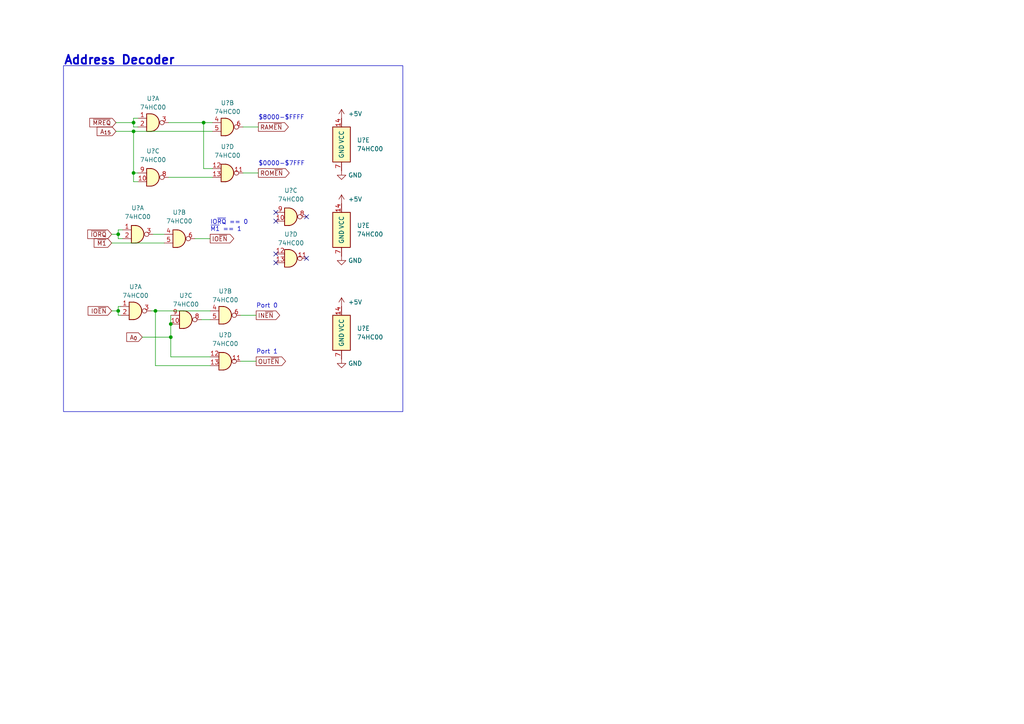
<source format=kicad_sch>
(kicad_sch (version 20230121) (generator eeschema)
  (paper "A4")
  (lib_symbols
    (symbol "74hc00_small:74HC00" (pin_names (offset 1.016))
      (property "Reference" "U" (at 6.35 8.89 0))
      (property "Value" "74HC00" (at 6.35 6.35 0))
      (symbol "74HC00_1_1"
        (arc (start -2.54 -2.54) (mid -0.1829 0) (end -2.54 2.54) (stroke (width 0.254)) (fill (type background)))
        (polyline (pts (xy -2.54 2.54) (xy -3.81 2.54) (xy -3.81 -2.54) (xy -2.54 -2.54)) (stroke (width 0.254)) (fill (type background)))
        (pin input line (at -6.35 1.27 0) (length 2.54) (name "~") (number "1"))
        (pin input line (at -6.35 -1.27 0) (length 2.54) (name "~") (number "2"))
        (pin output inverted (at 2.54 0 180) (length 2.54) (name "~") (number "3"))
      )
      (symbol "74HC00_1_2"
        (arc (start -3.81 -3.81) (mid -2.589 0) (end -3.81 3.81) (stroke (width 0.254)))
        (arc (start -0.6096 -3.81) (mid 2.1842 -2.5851) (end 3.81 0) (stroke (width 0.254)) (fill (type background)))
        (polyline (pts (xy -3.81 -3.81) (xy -0.635 -3.81)) (stroke (width 0.254)) (fill (type background)))
        (polyline (pts (xy -3.81 3.81) (xy -0.635 3.81)) (stroke (width 0.254)) (fill (type background)))
        (polyline (pts (xy -0.635 3.81) (xy -3.81 3.81) (xy -3.81 3.81) (xy -3.556 3.4036) (xy -3.0226 2.2606) (xy -2.6924 1.0414) (xy -2.6162 -0.254) (xy -2.7686 -1.4986) (xy -3.175 -2.7178) (xy -3.81 -3.81) (xy -3.81 -3.81) (xy -0.635 -3.81)) (stroke (width -25.4)) (fill (type background)))
        (arc (start 3.81 0) (mid 2.1915 2.5936) (end -0.6096 3.81) (stroke (width 0.254)) (fill (type background)))
        (pin input inverted (at -7.62 2.54 0) (length 4.318) (name "~") (number "1"))
        (pin input inverted (at -7.62 -2.54 0) (length 4.318) (name "~") (number "2"))
        (pin output line (at 7.62 0 180) (length 3.81) (name "~") (number "3"))
      )
      (symbol "74HC00_2_1"
        (arc (start -2.54 -2.54) (mid -0.1829 0) (end -2.54 2.54) (stroke (width 0.254)) (fill (type background)))
        (polyline (pts (xy -2.54 2.54) (xy -3.81 2.54) (xy -3.81 -2.54) (xy -2.54 -2.54)) (stroke (width 0.254)) (fill (type background)))
        (pin input line (at -6.35 1.27 0) (length 2.54) (name "~") (number "4"))
        (pin input line (at -6.35 -1.27 0) (length 2.54) (name "~") (number "5"))
        (pin output inverted (at 2.54 0 180) (length 2.54) (name "~") (number "6"))
      )
      (symbol "74HC00_2_2"
        (arc (start -3.81 -3.81) (mid -2.589 0) (end -3.81 3.81) (stroke (width 0.254)))
        (arc (start -0.6096 -3.81) (mid 2.1842 -2.5851) (end 3.81 0) (stroke (width 0.254)) (fill (type background)))
        (polyline (pts (xy -3.81 -3.81) (xy -0.635 -3.81)) (stroke (width 0.254)) (fill (type background)))
        (polyline (pts (xy -3.81 3.81) (xy -0.635 3.81)) (stroke (width 0.254)) (fill (type background)))
        (polyline (pts (xy -0.635 3.81) (xy -3.81 3.81) (xy -3.81 3.81) (xy -3.556 3.4036) (xy -3.0226 2.2606) (xy -2.6924 1.0414) (xy -2.6162 -0.254) (xy -2.7686 -1.4986) (xy -3.175 -2.7178) (xy -3.81 -3.81) (xy -3.81 -3.81) (xy -0.635 -3.81)) (stroke (width -25.4)) (fill (type background)))
        (arc (start 3.81 0) (mid 2.1915 2.5936) (end -0.6096 3.81) (stroke (width 0.254)) (fill (type background)))
        (pin input inverted (at -7.62 2.54 0) (length 4.318) (name "~") (number "4"))
        (pin input inverted (at -7.62 -2.54 0) (length 4.318) (name "~") (number "5"))
        (pin output line (at 7.62 0 180) (length 3.81) (name "~") (number "6"))
      )
      (symbol "74HC00_3_1"
        (arc (start -2.54 -2.54) (mid -0.1829 0) (end -2.54 2.54) (stroke (width 0.254)) (fill (type background)))
        (polyline (pts (xy -2.54 2.54) (xy -3.81 2.54) (xy -3.81 -2.54) (xy -2.54 -2.54)) (stroke (width 0.254)) (fill (type background)))
        (pin input line (at -6.35 -1.27 0) (length 2.54) (name "~") (number "10"))
        (pin output inverted (at 2.54 0 180) (length 2.54) (name "~") (number "8"))
        (pin input line (at -6.35 1.27 0) (length 2.54) (name "~") (number "9"))
      )
      (symbol "74HC00_3_2"
        (arc (start -3.81 -3.81) (mid -2.589 0) (end -3.81 3.81) (stroke (width 0.254)))
        (arc (start -0.6096 -3.81) (mid 2.1842 -2.5851) (end 3.81 0) (stroke (width 0.254)) (fill (type background)))
        (polyline (pts (xy -3.81 -3.81) (xy -0.635 -3.81)) (stroke (width 0.254)) (fill (type background)))
        (polyline (pts (xy -3.81 3.81) (xy -0.635 3.81)) (stroke (width 0.254)) (fill (type background)))
        (polyline (pts (xy -0.635 3.81) (xy -3.81 3.81) (xy -3.81 3.81) (xy -3.556 3.4036) (xy -3.0226 2.2606) (xy -2.6924 1.0414) (xy -2.6162 -0.254) (xy -2.7686 -1.4986) (xy -3.175 -2.7178) (xy -3.81 -3.81) (xy -3.81 -3.81) (xy -0.635 -3.81)) (stroke (width -25.4)) (fill (type background)))
        (arc (start 3.81 0) (mid 2.1915 2.5936) (end -0.6096 3.81) (stroke (width 0.254)) (fill (type background)))
        (pin input inverted (at -7.62 -2.54 0) (length 4.318) (name "~") (number "10"))
        (pin output line (at 7.62 0 180) (length 3.81) (name "~") (number "8"))
        (pin input inverted (at -7.62 2.54 0) (length 4.318) (name "~") (number "9"))
      )
      (symbol "74HC00_4_1"
        (arc (start -2.54 -2.54) (mid -0.1829 0) (end -2.54 2.54) (stroke (width 0.254)) (fill (type background)))
        (polyline (pts (xy -2.54 2.54) (xy -3.81 2.54) (xy -3.81 -2.54) (xy -2.54 -2.54)) (stroke (width 0.254)) (fill (type background)))
        (pin output inverted (at 2.54 0 180) (length 2.54) (name "~") (number "11"))
        (pin input line (at -6.35 1.27 0) (length 2.54) (name "~") (number "12"))
        (pin input line (at -6.35 -1.27 0) (length 2.54) (name "~") (number "13"))
      )
      (symbol "74HC00_4_2"
        (arc (start -3.81 -3.81) (mid -2.589 0) (end -3.81 3.81) (stroke (width 0.254)))
        (arc (start -0.6096 -3.81) (mid 2.1842 -2.5851) (end 3.81 0) (stroke (width 0.254)) (fill (type background)))
        (polyline (pts (xy -3.81 -3.81) (xy -0.635 -3.81)) (stroke (width 0.254)) (fill (type background)))
        (polyline (pts (xy -3.81 3.81) (xy -0.635 3.81)) (stroke (width 0.254)) (fill (type background)))
        (polyline (pts (xy -0.635 3.81) (xy -3.81 3.81) (xy -3.81 3.81) (xy -3.556 3.4036) (xy -3.0226 2.2606) (xy -2.6924 1.0414) (xy -2.6162 -0.254) (xy -2.7686 -1.4986) (xy -3.175 -2.7178) (xy -3.81 -3.81) (xy -3.81 -3.81) (xy -0.635 -3.81)) (stroke (width -25.4)) (fill (type background)))
        (arc (start 3.81 0) (mid 2.1915 2.5936) (end -0.6096 3.81) (stroke (width 0.254)) (fill (type background)))
        (pin output line (at 7.62 0 180) (length 3.81) (name "~") (number "11"))
        (pin input inverted (at -7.62 2.54 0) (length 4.318) (name "~") (number "12"))
        (pin input inverted (at -7.62 -2.54 0) (length 4.318) (name "~") (number "13"))
      )
      (symbol "74HC00_5_0"
        (pin power_in line (at 0 7.62 270) (length 2.54) (name "VCC") (number "14"))
        (pin power_in line (at 0 -7.62 90) (length 2.54) (name "GND") (number "7"))
      )
      (symbol "74HC00_5_1"
        (rectangle (start -2.54 5.08) (end 2.54 -5.08) (stroke (width 0.254)) (fill (type background)))
      )
    )
    (symbol "power:+5V" (power) (pin_names (offset 0))
      (property "Value" "+5V" (at 0 3.556 0))
      (symbol "+5V_0_1"
        (polyline (pts (xy -0.762 1.27) (xy 0 2.54)))
        (polyline (pts (xy 0 0) (xy 0 2.54)))
        (polyline (pts (xy 0 2.54) (xy 0.762 1.27)))
      )
      (symbol "+5V_1_1"
        (pin power_in line (at 0 0 90) (length 0) hide (name "+5V") (number "1"))
      )
    )
    (symbol "power:GND" (power) (pin_names (offset 0))
      (property "Value" "GND" (at 0 -3.81 0))
      (symbol "GND_0_1"
        (polyline (pts (xy 0 0) (xy 0 -1.27) (xy 1.27 -1.27) (xy 0 -2.54) (xy -1.27 -1.27) (xy 0 -1.27)))
      )
      (symbol "GND_1_1"
        (pin power_in line (at 0 0 270) (length 0) hide (name "GND") (number "1"))
      )
    )
  )
  (junction (at 59.055 35.56))
  (junction (at 38.735 35.56))
  (junction (at 38.735 50.165))
  (junction (at 34.29 67.945))
  (junction (at 38.735 38.1))
  (junction (at 45.085 90.17))
  (junction (at 49.53 97.79))
  (junction (at 34.29 90.17))
  (junction (at 49.53 93.98))
  (no_connect (at 88.9 62.865))
  (no_connect (at 80.01 73.66))
  (no_connect (at 88.9 74.93))
  (no_connect (at 80.01 76.2))
  (no_connect (at 80.01 64.135))
  (no_connect (at 80.01 61.595))
  (wire (pts (xy 48.895 51.435) (xy 61.595 51.435)))
  (wire (pts (xy 33.655 38.1) (xy 38.735 38.1)))
  (wire (pts (xy 38.735 34.29) (xy 40.005 34.29)))
  (wire (pts (xy 34.29 91.44) (xy 34.925 91.44)))
  (wire (pts (xy 38.735 50.165) (xy 40.005 50.165)))
  (wire (pts (xy 58.42 92.71) (xy 60.96 92.71)))
  (wire (pts (xy 38.735 38.1) (xy 61.595 38.1)))
  (wire (pts (xy 59.055 35.56) (xy 59.055 48.895)))
  (wire (pts (xy 44.45 67.945) (xy 47.625 67.945)))
  (wire (pts (xy 49.53 97.79) (xy 49.53 103.505)))
  (wire (pts (xy 38.735 38.1) (xy 38.735 50.165)))
  (wire (pts (xy 74.295 104.775) (xy 69.85 104.775)))
  (wire (pts (xy 69.85 91.44) (xy 74.295 91.44)))
  (wire (pts (xy 32.385 90.17) (xy 34.29 90.17)))
  (wire (pts (xy 33.655 35.56) (xy 38.735 35.56)))
  (wire (pts (xy 38.735 36.83) (xy 40.005 36.83)))
  (wire (pts (xy 49.53 103.505) (xy 60.96 103.505)))
  (wire (pts (xy 45.085 90.17) (xy 45.085 106.045)))
  (wire (pts (xy 56.515 69.215) (xy 60.96 69.215)))
  (wire (pts (xy 43.815 90.17) (xy 45.085 90.17)))
  (wire (pts (xy 38.735 52.705) (xy 40.005 52.705)))
  (wire (pts (xy 49.53 91.44) (xy 49.53 93.98)))
  (wire (pts (xy 34.29 67.945) (xy 34.29 69.215)))
  (wire (pts (xy 34.29 66.675) (xy 34.29 67.945)))
  (wire (pts (xy 70.485 36.83) (xy 74.93 36.83)))
  (wire (pts (xy 34.29 90.17) (xy 34.29 88.9)))
  (wire (pts (xy 59.055 48.895) (xy 61.595 48.895)))
  (wire (pts (xy 38.735 50.165) (xy 38.735 52.705)))
  (wire (pts (xy 32.385 67.945) (xy 34.29 67.945)))
  (wire (pts (xy 70.485 50.165) (xy 74.93 50.165)))
  (wire (pts (xy 41.275 97.79) (xy 49.53 97.79)))
  (wire (pts (xy 38.735 35.56) (xy 38.735 34.29)))
  (wire (pts (xy 34.29 91.44) (xy 34.29 90.17)))
  (wire (pts (xy 38.735 35.56) (xy 38.735 36.83)))
  (wire (pts (xy 34.29 66.675) (xy 35.56 66.675)))
  (wire (pts (xy 45.085 90.17) (xy 60.96 90.17)))
  (wire (pts (xy 49.53 93.98) (xy 49.53 97.79)))
  (wire (pts (xy 34.29 88.9) (xy 34.925 88.9)))
  (wire (pts (xy 45.085 106.045) (xy 60.96 106.045)))
  (wire (pts (xy 59.055 35.56) (xy 61.595 35.56)))
  (wire (pts (xy 32.385 70.485) (xy 47.625 70.485)))
  (wire (pts (xy 34.29 69.215) (xy 35.56 69.215)))
  (wire (pts (xy 48.895 35.56) (xy 59.055 35.56)))
  (rectangle (start 18.415 19.05) (end 116.84 119.38))
  (text "Address Decoder" (at 18.415 19.05 0) (effects (font (size 2.54 2.54) (thickness 0.508) bold) (justify left bottom)))
  (text "IO~{RQ} == 0\n~{M1} == 1" (at 60.96 67.31 0) (effects (font (size 1.27 1.27)) (justify left bottom)))
  (text "Port 0" (at 74.295 89.535 0) (effects (font (size 1.27 1.27)) (justify left bottom)))
  (text "Port 1" (at 74.295 102.87 0) (effects (font (size 1.27 1.27)) (justify left bottom)))
  (text "$0000-$7FFF" (at 74.93 48.26 0) (effects (font (size 1.27 1.27)) (justify left bottom)))
  (text "$8000-$FFFF" (at 74.93 34.925 0) (effects (font (size 1.27 1.27)) (justify left bottom)))
  (global_label "IN~{EN}" (shape output) (at 74.295 91.44 0) (property "Intersheetrefs" "${INTERSHEET_REFS}" (effects hide)))
  (global_label "~{IORQ}" (shape input) (at 32.385 67.945 180) (property "Intersheetrefs" "${INTERSHEET_REFS}" (effects hide)))
  (global_label "IO~{EN}" (shape output) (at 60.96 69.215 0) (property "Intersheetrefs" "${INTERSHEET_REFS}" (effects hide)))
  (global_label "~{MREQ}" (shape input) (at 33.655 35.56 180) (property "Intersheetrefs" "${INTERSHEET_REFS}" (effects hide)))
  (global_label "~{M1}" (shape input) (at 32.385 70.485 180) (property "Intersheetrefs" "${INTERSHEET_REFS}" (effects hide)))
  (global_label "A_{0}" (shape input) (at 41.275 97.79 180) (property "Intersheetrefs" "${INTERSHEET_REFS}" (effects hide)))
  (global_label "OUT~{EN}" (shape output) (at 74.295 104.775 0) (property "Intersheetrefs" "${INTERSHEET_REFS}" (effects hide)))
  (global_label "RAM~{EN}" (shape output) (at 74.93 36.83 0) (property "Intersheetrefs" "${INTERSHEET_REFS}" (effects hide)))
  (global_label "IO~{EN}" (shape input) (at 32.385 90.17 180) (property "Intersheetrefs" "${INTERSHEET_REFS}" (effects hide)))
  (global_label "A_{15}" (shape input) (at 33.655 38.1 180) (property "Intersheetrefs" "${INTERSHEET_REFS}" (effects hide)))
  (global_label "ROM~{EN}" (shape output) (at 74.93 50.165 0) (property "Intersheetrefs" "${INTERSHEET_REFS}" (effects hide)))
  (symbol (lib_id "74hc00_small:74HC00") (at 53.975 69.215 0) (unit 2)
    (property "Reference" "U?" (at 52.0065 61.595 0))
    (property "Value" "74HC00" (at 52.0065 64.135 0))
    (property "Footprint" "Package_DIP:DIP-14_W7.62mm_Socket" (effects hide))
    (property "Datasheet" "http://www.ti.com/lit/gpn/sn74hc00" (effects hide))
    (instances (project "main" (path "" (reference "U?") (unit 2)) (path "" (reference "U12") (unit 2))))
  )
  (symbol (lib_id "74hc00_small:74HC00") (at 99.06 96.52 0) (unit 5)
    (property "Reference" "U?" (at 103.505 95.25 0) (effects (justify left)))
    (property "Value" "74HC00" (at 103.505 97.79 0) (effects (justify left)))
    (property "Footprint" "Package_DIP:DIP-14_W7.62mm_Socket" (effects hide))
    (property "Datasheet" "http://www.ti.com/lit/gpn/sn74hc00" (effects hide))
    (instances (project "main" (path "" (reference "U?") (unit 5)) (path "" (reference "U11") (unit 5))))
  )
  (symbol (lib_id "74hc00_small:74HC00") (at 46.355 51.435 0) (unit 3)
    (property "Reference" "U?" (at 44.3865 43.815 0))
    (property "Value" "74HC00" (at 44.3865 46.355 0))
    (property "Footprint" "Package_DIP:DIP-14_W7.62mm_Socket" (effects hide))
    (property "Datasheet" "http://www.ti.com/lit/gpn/sn74hc00" (effects hide))
    (instances (project "main" (path "" (reference "U?") (unit 3)) (path "" (reference "U13") (unit 3))))
  )
  (symbol (lib_id "74hc00_small:74HC00") (at 67.945 36.83 0) (unit 2)
    (property "Reference" "U?" (at 65.9765 29.845 0))
    (property "Value" "74HC00" (at 65.9765 32.385 0))
    (property "Footprint" "Package_DIP:DIP-14_W7.62mm_Socket" (effects hide))
    (property "Datasheet" "http://www.ti.com/lit/gpn/sn74hc00" (effects hide))
    (instances (project "main" (path "" (reference "U?") (unit 2)) (path "" (reference "U13") (unit 2))))
  )
  (symbol (lib_id "power:+5V") (at 99.06 34.29 0) (unit 1)
    (property "Reference" "#PWR?" (effects hide))
    (property "Value" "+5V" (at 100.965 33.02 0) (effects (justify left)))
    (instances (project "main" (path "" (reference "#PWR?") (unit 1)) (path "" (reference "#PWR029") (unit 1))))
  )
  (symbol (lib_id "74hc00_small:74HC00") (at 46.355 35.56 0) (unit 1)
    (property "Reference" "U?" (at 44.3865 28.575 0))
    (property "Value" "74HC00" (at 44.3865 31.115 0))
    (property "Footprint" "Package_DIP:DIP-14_W7.62mm_Socket" (effects hide))
    (property "Datasheet" "http://www.ti.com/lit/gpn/sn74hc00" (effects hide))
    (instances (project "main" (path "" (reference "U?") (unit 1)) (path "" (reference "U13") (unit 1))))
  )
  (symbol (lib_id "74hc00_small:74HC00") (at 86.36 62.865 0) (unit 3)
    (property "Reference" "U?" (at 84.3915 55.245 0))
    (property "Value" "74HC00" (at 84.3915 57.785 0))
    (property "Footprint" "Package_DIP:DIP-14_W7.62mm_Socket" (effects hide))
    (property "Datasheet" "http://www.ti.com/lit/gpn/sn74hc00" (effects hide))
    (instances (project "main" (path "" (reference "U?") (unit 3)) (path "" (reference "U12") (unit 3))))
  )
  (symbol (lib_id "74hc00_small:74HC00") (at 99.06 41.91 0) (unit 5)
    (property "Reference" "U?" (at 103.505 40.64 0) (effects (justify left)))
    (property "Value" "74HC00" (at 103.505 43.18 0) (effects (justify left)))
    (property "Footprint" "Package_DIP:DIP-14_W7.62mm_Socket" (effects hide))
    (property "Datasheet" "http://www.ti.com/lit/gpn/sn74hc00" (effects hide))
    (instances (project "main" (path "" (reference "U?") (unit 5)) (path "" (reference "U13") (unit 5))))
  )
  (symbol (lib_id "74hc00_small:74HC00") (at 41.275 90.17 0) (unit 1)
    (property "Reference" "U?" (at 39.3065 83.185 0))
    (property "Value" "74HC00" (at 39.3065 85.725 0))
    (property "Footprint" "Package_DIP:DIP-14_W7.62mm_Socket" (effects hide))
    (property "Datasheet" "http://www.ti.com/lit/gpn/sn74hc00" (effects hide))
    (instances (project "main" (path "" (reference "U?") (unit 1)) (path "" (reference "U11") (unit 1))))
  )
  (symbol (lib_id "74hc00_small:74HC00") (at 67.31 104.775 0) (unit 4)
    (property "Reference" "U?" (at 65.3415 97.155 0))
    (property "Value" "74HC00" (at 65.3415 99.695 0))
    (property "Footprint" "Package_DIP:DIP-14_W7.62mm_Socket" (effects hide))
    (property "Datasheet" "http://www.ti.com/lit/gpn/sn74hc00" (effects hide))
    (instances (project "main" (path "" (reference "U?") (unit 4)) (path "" (reference "U11") (unit 4))))
  )
  (symbol (lib_id "power:GND") (at 99.06 49.53 0) (unit 1)
    (property "Reference" "#PWR?" (effects hide))
    (property "Value" "GND" (at 100.965 50.8 0) (effects (justify left)))
    (instances (project "main" (path "" (reference "#PWR?") (unit 1)) (path "" (reference "#PWR030") (unit 1))))
  )
  (symbol (lib_id "power:GND") (at 99.06 104.14 0) (unit 1)
    (property "Reference" "#PWR?" (effects hide))
    (property "Value" "GND" (at 100.965 105.41 0) (effects (justify left)))
    (instances (project "main" (path "" (reference "#PWR?") (unit 1)) (path "" (reference "#PWR034") (unit 1))))
  )
  (symbol (lib_id "74hc00_small:74HC00") (at 67.31 91.44 0) (unit 2)
    (property "Reference" "U?" (at 65.3415 84.455 0))
    (property "Value" "74HC00" (at 65.3415 86.995 0))
    (property "Footprint" "Package_DIP:DIP-14_W7.62mm_Socket" (effects hide))
    (property "Datasheet" "http://www.ti.com/lit/gpn/sn74hc00" (effects hide))
    (instances (project "main" (path "" (reference "U?") (unit 2)) (path "" (reference "U11") (unit 2))))
  )
  (symbol (lib_id "74hc00_small:74HC00") (at 67.945 50.165 0) (unit 4)
    (property "Reference" "U?" (at 65.9765 42.545 0))
    (property "Value" "74HC00" (at 65.9765 45.085 0))
    (property "Footprint" "Package_DIP:DIP-14_W7.62mm_Socket" (effects hide))
    (property "Datasheet" "http://www.ti.com/lit/gpn/sn74hc00" (effects hide))
    (instances (project "main" (path "" (reference "U?") (unit 4)) (path "" (reference "U13") (unit 4))))
  )
  (symbol (lib_id "power:+5V") (at 99.06 59.055 0) (unit 1)
    (property "Reference" "#PWR?" (effects hide))
    (property "Value" "+5V" (at 100.965 57.785 0) (effects (justify left)))
    (instances (project "main" (path "" (reference "#PWR?") (unit 1)) (path "" (reference "#PWR031") (unit 1))))
  )
  (symbol (lib_id "power:+5V") (at 99.06 88.9 0) (unit 1)
    (property "Reference" "#PWR?" (effects hide))
    (property "Value" "+5V" (at 100.965 87.63 0) (effects (justify left)))
    (instances (project "main" (path "" (reference "#PWR?") (unit 1)) (path "" (reference "#PWR033") (unit 1))))
  )
  (symbol (lib_id "74hc00_small:74HC00") (at 99.06 66.675 0) (unit 5)
    (property "Reference" "U?" (at 103.505 65.405 0) (effects (justify left)))
    (property "Value" "74HC00" (at 103.505 67.945 0) (effects (justify left)))
    (property "Footprint" "Package_DIP:DIP-14_W7.62mm_Socket" (effects hide))
    (property "Datasheet" "http://www.ti.com/lit/gpn/sn74hc00" (effects hide))
    (instances (project "main" (path "" (reference "U?") (unit 5)) (path "" (reference "U12") (unit 5))))
  )
  (symbol (lib_id "power:GND") (at 99.06 74.295 0) (unit 1)
    (property "Reference" "#PWR?" (effects hide))
    (property "Value" "GND" (at 100.965 75.565 0) (effects (justify left)))
    (instances (project "main" (path "" (reference "#PWR?") (unit 1)) (path "" (reference "#PWR032") (unit 1))))
  )
  (symbol (lib_id "74hc00_small:74HC00") (at 41.91 67.945 0) (unit 1)
    (property "Reference" "U?" (at 39.9415 60.325 0))
    (property "Value" "74HC00" (at 39.9415 62.865 0))
    (property "Footprint" "Package_DIP:DIP-14_W7.62mm_Socket" (effects hide))
    (property "Datasheet" "http://www.ti.com/lit/gpn/sn74hc00" (effects hide))
    (instances (project "main" (path "" (reference "U?") (unit 1)) (path "" (reference "U12") (unit 1))))
  )
  (symbol (lib_id "74hc00_small:74HC00") (at 55.88 92.71 0) (unit 3)
    (property "Reference" "U?" (at 53.9115 85.725 0))
    (property "Value" "74HC00" (at 53.9115 88.265 0))
    (property "Footprint" "Package_DIP:DIP-14_W7.62mm_Socket" (effects hide))
    (property "Datasheet" "http://www.ti.com/lit/gpn/sn74hc00" (effects hide))
    (instances (project "main" (path "" (reference "U?") (unit 3)) (path "" (reference "U11") (unit 3))))
  )
  (symbol (lib_id "74hc00_small:74HC00") (at 86.36 74.93 0) (unit 4)
    (property "Reference" "U?" (at 84.3915 67.945 0))
    (property "Value" "74HC00" (at 84.3915 70.485 0))
    (property "Footprint" "Package_DIP:DIP-14_W7.62mm_Socket" (effects hide))
    (property "Datasheet" "http://www.ti.com/lit/gpn/sn74hc00" (effects hide))
    (instances (project "main" (path "" (reference "U?") (unit 4)) (path "" (reference "U12") (unit 4))))
  )
)
</source>
